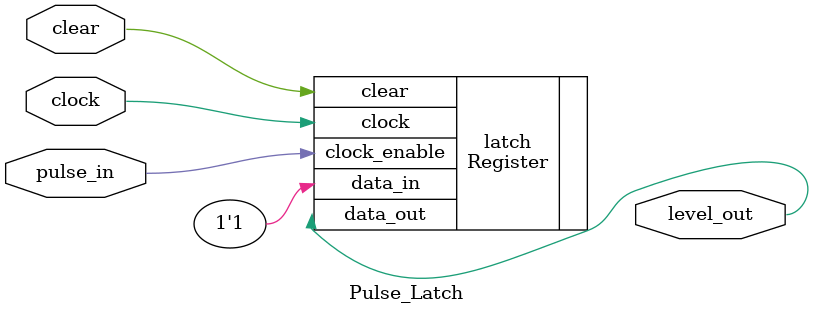
<source format=v>


// Captures a high pulse and holds it until cleared.  This device simplifies
// FSM logic by converting a transient event into a steady signal that the FSM
// can pick up later once it reaches the correct state.

// `default_nettype none

module Pulse_Latch
#(
    parameter RESET_VALUE = 1'b0
)
(
    input   wire    clock,
    input   wire    clear,
    input   wire    pulse_in,
    output  wire    level_out
);

    Register
    #(
        .WORD_WIDTH     (1),
        .RESET_VALUE    (RESET_VALUE)
    )
    latch
    (
        .clock          (clock),
        .clock_enable   (pulse_in),
        .clear          (clear),
        .data_in        (1'b1),
        .data_out       (level_out)
    );

endmodule


</source>
